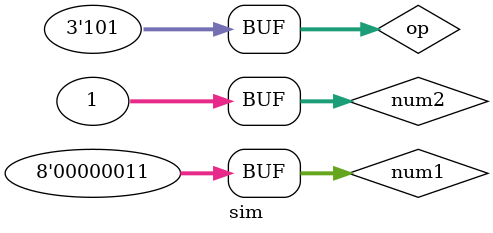
<source format=v>
`timescale 1ns / 1ps


module sim(


    );
    reg [7:0]num1;
    reg [31:0]num2;
    reg [2:0] op;
    wire [31:0]res;
    ALU u(.num1(num1),.num2(num2),.op(op),.res(res));
    initial begin
    num1=8'b00000011;num2=32'h00000001;op=3'b000;
    #10 op=3'b001;
    #10 op=3'b010;
    #10 op=3'b011;
    #10 op=3'b100;
    #10 op=3'b101;
    end 
endmodule

</source>
